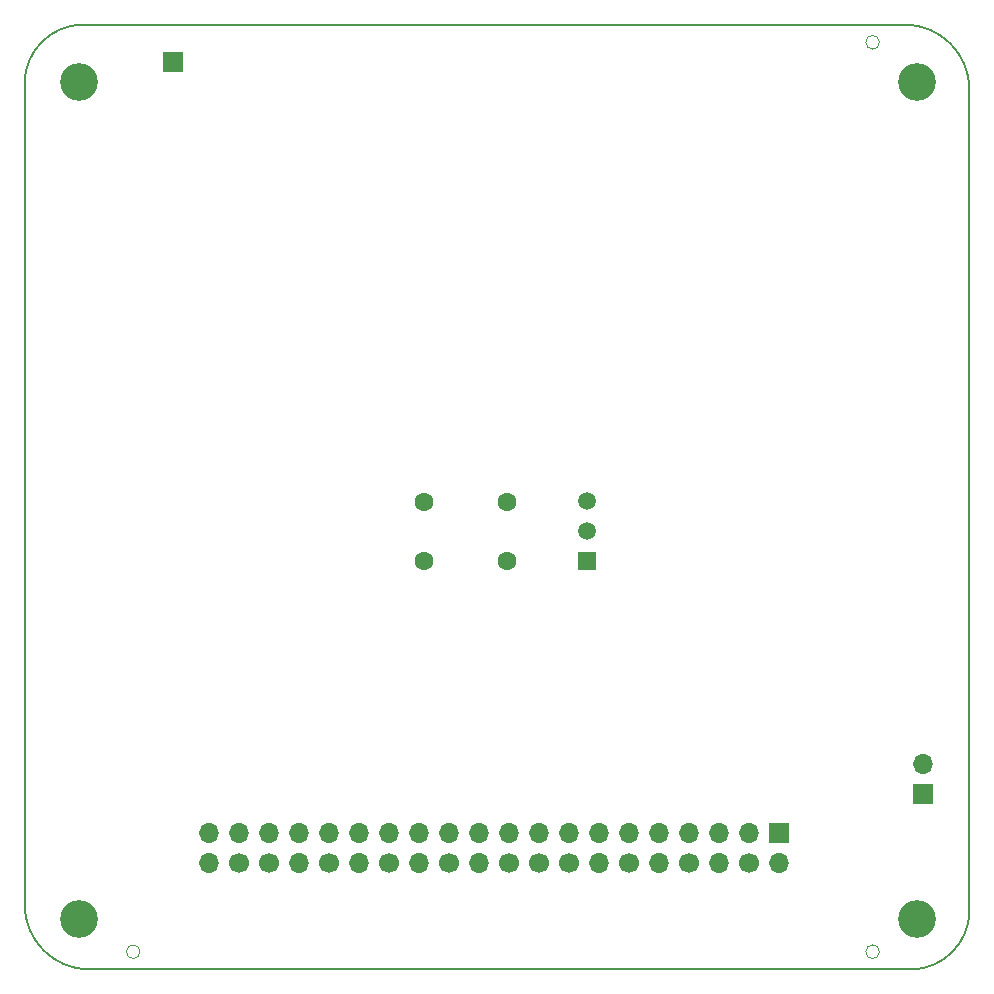
<source format=gbr>
G04 #@! TF.GenerationSoftware,KiCad,Pcbnew,7.0.11*
G04 #@! TF.CreationDate,2025-02-03T22:54:03-08:00*
G04 #@! TF.ProjectId,z3372,7a333337-322e-46b6-9963-61645f706362,0.5*
G04 #@! TF.SameCoordinates,PX3de4ba0PY65da380*
G04 #@! TF.FileFunction,Soldermask,Bot*
G04 #@! TF.FilePolarity,Negative*
%FSLAX46Y46*%
G04 Gerber Fmt 4.6, Leading zero omitted, Abs format (unit mm)*
G04 Created by KiCad (PCBNEW 7.0.11) date 2025-02-03 22:54:03*
%MOMM*%
%LPD*%
G01*
G04 APERTURE LIST*
G04 Aperture macros list*
%AMHorizOval*
0 Thick line with rounded ends*
0 $1 width*
0 $2 $3 position (X,Y) of the first rounded end (center of the circle)*
0 $4 $5 position (X,Y) of the second rounded end (center of the circle)*
0 Add line between two ends*
20,1,$1,$2,$3,$4,$5,0*
0 Add two circle primitives to create the rounded ends*
1,1,$1,$2,$3*
1,1,$1,$4,$5*%
G04 Aperture macros list end*
%ADD10C,3.200000*%
%ADD11R,1.700000X1.700000*%
%ADD12O,1.700000X1.700000*%
%ADD13HorizOval,1.700000X0.000000X0.000000X0.000000X0.000000X0*%
%ADD14C,1.600000*%
%ADD15R,1.500000X1.500000*%
%ADD16C,1.500000*%
G04 #@! TA.AperFunction,Profile*
%ADD17C,0.150000*%
G04 #@! TD*
G04 #@! TA.AperFunction,Profile*
%ADD18C,0.050000*%
G04 #@! TD*
G04 APERTURE END LIST*
D10*
X76100000Y5800000D03*
X5100000Y5800000D03*
D11*
X64410000Y13090000D03*
D12*
X64410000Y10550000D03*
X61870000Y13090000D03*
D13*
X61870000Y10550000D03*
D12*
X59330000Y13090000D03*
X59330000Y10550000D03*
X56790000Y13090000D03*
D13*
X56790000Y10550000D03*
D12*
X54250000Y13090000D03*
X54250000Y10550000D03*
X51710000Y13090000D03*
D13*
X51710000Y10550000D03*
D12*
X49170000Y13090000D03*
X49170000Y10550000D03*
X46630000Y13090000D03*
D13*
X46630000Y10550000D03*
D12*
X44090000Y13090000D03*
D13*
X44090000Y10550000D03*
D12*
X41550000Y13090000D03*
D13*
X41550000Y10550000D03*
D12*
X39010000Y13090000D03*
X39010000Y10550000D03*
X36470000Y13090000D03*
D13*
X36470000Y10550000D03*
D12*
X33930000Y13090000D03*
X33930000Y10550000D03*
X31390000Y13090000D03*
D13*
X31390000Y10550000D03*
D12*
X28850000Y13090000D03*
X28850000Y10550000D03*
X26310000Y13090000D03*
D13*
X26310000Y10550000D03*
D12*
X23770000Y13090000D03*
X23770000Y10550000D03*
X21230000Y13090000D03*
D13*
X21230000Y10550000D03*
D12*
X18690000Y13090000D03*
D13*
X18690000Y10550000D03*
D12*
X16150000Y13090000D03*
X16150000Y10550000D03*
D11*
X76600000Y16325000D03*
D12*
X76600000Y18865000D03*
D14*
X41350000Y41050000D03*
X41350000Y36050000D03*
D10*
X76100000Y76600000D03*
X5100000Y76600000D03*
D11*
X13100000Y78300000D03*
D14*
X34350000Y36050000D03*
X34350000Y41050000D03*
D15*
X48100000Y36050000D03*
D16*
X48100000Y38590000D03*
X48100000Y41130000D03*
D17*
X500000Y7000000D02*
G75*
G03*
X6000000Y1500000I5500000J0D01*
G01*
X75500000Y1500000D02*
G75*
G03*
X80500000Y6500000I0J5000000D01*
G01*
X75500000Y1500000D02*
X6000000Y1500000D01*
X5500000Y81500000D02*
G75*
G03*
X500000Y76500000I0J-5000000D01*
G01*
X80500000Y76000000D02*
G75*
G03*
X75000000Y81500000I-5500000J0D01*
G01*
X5500000Y81500000D02*
X75000000Y81500000D01*
X80500000Y6500000D02*
X80500000Y76000000D01*
X500000Y76500000D02*
X500000Y7000000D01*
D18*
X10276000Y3000000D02*
G75*
G03*
X9124000Y3000000I-576000J0D01*
G01*
X9124000Y3000000D02*
G75*
G03*
X10276000Y3000000I576000J0D01*
G01*
X72876000Y80000000D02*
G75*
G03*
X71724000Y80000000I-576000J0D01*
G01*
X71724000Y80000000D02*
G75*
G03*
X72876000Y80000000I576000J0D01*
G01*
X72876000Y3000000D02*
G75*
G03*
X71724000Y3000000I-576000J0D01*
G01*
X71724000Y3000000D02*
G75*
G03*
X72876000Y3000000I576000J0D01*
G01*
M02*

</source>
